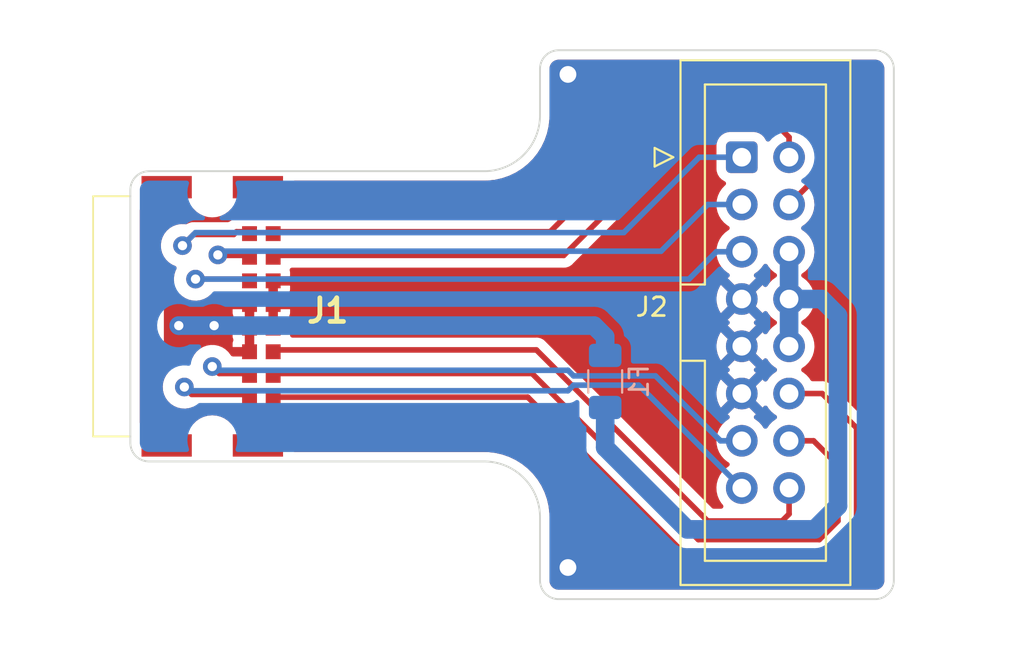
<source format=kicad_pcb>
(kicad_pcb (version 20211014) (generator pcbnew)
  (layers (0 "F.Cu" signal) (31 "B.Cu" signal) (34 "B.Paste" user) (35 "F.Paste" user) (36 "B.SilkS" user "B.Silkscreen") (37 "F.SilkS" user "F.Silkscreen") (38 "B.Mask" user) (39 "F.Mask" user) (44 "Edge.Cuts" user))
  (net 0 "")
  (net 1 "VBUS")
  (net 2 "Net-(F1-Pad2)")
  (net 3 "OPD_SCL")
  (net 4 "CAN2_H")
  (net 5 "CAN1_H")
  (net 6 "C3-UART-TX")
  (net 7 "SD")
  (net 8 "OPD_SDA")
  (net 9 "OPD_PWR")
  (net 10 "CAN2_L")
  (net 11 "GND")
  (net 12 "CAN1_L")
  (net 13 "C3-UART-RX")
  (footprint "M55-7101642R:M557101642R" (layer "F.Cu") (at 125 87 -90)
    (fp_text reference "J1" (at -0.3 -12.6 180) (layer "F.SilkS") (effects (font (size 1.27 1.27) (thickness 0.254))))
    (fp_text value "M55-7101642R" hide)
    (fp_line (start 6.455 0) (end 6.455 -2) (layer "F.SilkS") (width 0.1))
    (fp_line (start -6.455 0) (end 6.455 0) (layer "F.SilkS") (width 0.1))
    (fp_line (start -6.455 -2) (end -6.455 0) (layer "F.SilkS") (width 0.1))
    (pad "" np_thru_hole circle locked (at -6.655 -6.4 270) (size 1.65 1.65) (drill 1.65) (layers *.Cu *.Mask))
    (pad "" np_thru_hole circle locked (at 6.655 -6.4 270) (size 1.65 1.65) (drill 1.65) (layers *.Cu *.Mask))
    (pad "A1" smd rect locked (at 4.445 -8.4) (size 0.8 0.8) (layers "F.Cu" "F.Paste" "F.Mask") (net 3 "OPD_SCL"))
    (pad "A2" smd rect locked (at 3.175 -8.4) (size 0.8 0.8) (layers "F.Cu" "F.Paste" "F.Mask") (net 4 "CAN2_H"))
    (pad "A3" smd rect locked (at 1.905 -8.4) (size 0.8 0.8) (layers "F.Cu" "F.Paste" "F.Mask") (net 2 "Net-(F1-Pad2)"))
    (pad "A4" smd rect locked (at 0.635 -8.4) (size 0.8 0.8) (layers "F.Cu" "F.Paste" "F.Mask") (net 2 "Net-(F1-Pad2)"))
    (pad "A5" smd rect locked (at -0.635 -8.4) (size 0.8 0.8) (layers "F.Cu" "F.Paste" "F.Mask") (net 2 "Net-(F1-Pad2)"))
    (pad "A6" smd rect locked (at -1.905 -8.4) (size 0.8 0.8) (layers "F.Cu" "F.Paste" "F.Mask") (net 5 "CAN1_H"))
    (pad "A7" smd rect locked (at -3.175 -8.4) (size 0.8 0.8) (layers "F.Cu" "F.Paste" "F.Mask") (net 6 "C3-UART-TX"))
    (pad "A8" smd rect locked (at -4.445 -8.4) (size 0.8 0.8) (layers "F.Cu" "F.Paste" "F.Mask") (net 7 "SD"))
    (pad "B1" smd rect locked (at 4.445 -9.67) (size 0.8 0.8) (layers "F.Cu" "F.Paste" "F.Mask") (net 8 "OPD_SDA"))
    (pad "B2" smd rect locked (at 3.175 -9.67) (size 0.8 0.8) (layers "F.Cu" "F.Paste" "F.Mask") (net 9 "OPD_PWR"))
    (pad "B3" smd rect locked (at 1.905 -9.67) (size 0.8 0.8) (layers "F.Cu" "F.Paste" "F.Mask") (net 10 "CAN2_L"))
    (pad "B4" smd rect locked (at 0.635 -9.67) (size 0.8 0.8) (layers "F.Cu" "F.Paste" "F.Mask") (net 11 "GND"))
    (pad "B5" smd rect locked (at -0.635 -9.67) (size 0.8 0.8) (layers "F.Cu" "F.Paste" "F.Mask") (net 11 "GND"))
    (pad "B6" smd rect locked (at -1.905 -9.67) (size 0.8 0.8) (layers "F.Cu" "F.Paste" "F.Mask") (net 11 "GND"))
    (pad "B7" smd rect locked (at -3.175 -9.67) (size 0.8 0.8) (layers "F.Cu" "F.Paste" "F.Mask") (net 12 "CAN1_L"))
    (pad "B8" smd rect locked (at -4.445 -9.67) (size 0.8 0.8) (layers "F.Cu" "F.Paste" "F.Mask") (net 13 "C3-UART-RX"))
    (pad "MP1" smd rect locked (at -6.94 -8.85 270) (size 1.2 2.7) (layers "F.Cu" "F.Paste" "F.Mask") (net 11 "GND"))
    (pad "MP2" smd rect locked (at -6.94 -3.95 270) (size 1.2 2.7) (layers "F.Cu" "F.Paste" "F.Mask") (net 11 "GND"))
    (pad "MP3" smd rect locked (at 6.94 -3.95 270) (size 1.2 2.7) (layers "F.Cu" "F.Paste" "F.Mask") (net 11 "GND"))
    (pad "MP4" smd rect locked (at 6.94 -8.85 270) (size 1.2 2.7) (layers "F.Cu" "F.Paste" "F.Mask") (net 11 "GND"))
  )
  (footprint "Connector_IDC:IDC-Header_2x08_P2.54mm_Vertical" (layer "F.Cu") (at 159.835 78.45)
    (fp_text reference "J2" (at -4.835 8.05) (layer "F.SilkS"))
    (fp_text value "Conn_02x08_Odd_Even" hide)
    (fp_line (start 5.83 22.99) (end -3.29 22.99) (layer "F.SilkS") (width 0.12))
    (fp_line (start -3.68 0) (end -4.68 -0.5) (layer "F.SilkS") (width 0.12))
    (fp_line (start -4.68 0.5) (end -3.68 0) (layer "F.SilkS") (width 0.12))
    (fp_line (start -1.98 10.94) (end -1.98 10.94) (layer "F.SilkS") (width 0.12))
    (fp_line (start -3.29 6.84) (end -1.98 6.84) (layer "F.SilkS") (width 0.12))
    (fp_line (start 5.83 -5.21) (end 5.83 22.99) (layer "F.SilkS") (width 0.12))
    (fp_line (start -3.29 -5.21) (end 5.83 -5.21) (layer "F.SilkS") (width 0.12))
    (fp_line (start -1.98 21.69) (end -1.98 10.94) (layer "F.SilkS") (width 0.12))
    (fp_line (start 4.52 -3.91) (end 4.52 21.69) (layer "F.SilkS") (width 0.12))
    (fp_line (start -1.98 10.94) (end -3.29 10.94) (layer "F.SilkS") (width 0.12))
    (fp_line (start -1.98 -3.91) (end 4.52 -3.91) (layer "F.SilkS") (width 0.12))
    (fp_line (start 4.52 21.69) (end -1.98 21.69) (layer "F.SilkS") (width 0.12))
    (fp_line (start -3.29 22.99) (end -3.29 -5.21) (layer "F.SilkS") (width 0.12))
    (fp_line (start -1.98 6.84) (end -1.98 -3.91) (layer "F.SilkS") (width 0.12))
    (fp_line (start -4.68 -0.5) (end -4.68 0.5) (layer "F.SilkS") (width 0.12))
    (pad "1" thru_hole roundrect locked (at 0 0) (size 1.7 1.7) (drill 1) (layers *.Cu *.Mask) (roundrect_rratio 0.147059) (net 7 "SD"))
    (pad "2" thru_hole circle locked (at 2.54 0) (size 1.7 1.7) (drill 1) (layers *.Cu *.Mask) (net 12 "CAN1_L"))
    (pad "3" thru_hole circle locked (at 0 2.54) (size 1.7 1.7) (drill 1) (layers *.Cu *.Mask) (net 6 "C3-UART-TX"))
    (pad "4" thru_hole circle locked (at 2.54 2.54) (size 1.7 1.7) (drill 1) (layers *.Cu *.Mask) (net 13 "C3-UART-RX"))
    (pad "5" thru_hole circle locked (at 0 5.08) (size 1.7 1.7) (drill 1) (layers *.Cu *.Mask) (net 5 "CAN1_H"))
    (pad "6" thru_hole circle locked (at 2.54 5.08) (size 1.7 1.7) (drill 1) (layers *.Cu *.Mask) (net 1 "VBUS"))
    (pad "7" thru_hole circle locked (at 0 7.62) (size 1.7 1.7) (drill 1) (layers *.Cu *.Mask) (net 11 "GND"))
    (pad "8" thru_hole circle locked (at 2.54 7.62) (size 1.7 1.7) (drill 1) (layers *.Cu *.Mask) (net 1 "VBUS"))
    (pad "9" thru_hole circle locked (at 0 10.16) (size 1.7 1.7) (drill 1) (layers *.Cu *.Mask) (net 11 "GND"))
    (pad "10" thru_hole circle locked (at 2.54 10.16) (size 1.7 1.7) (drill 1) (layers *.Cu *.Mask) (net 1 "VBUS"))
    (pad "11" thru_hole circle locked (at 0 12.7) (size 1.7 1.7) (drill 1) (layers *.Cu *.Mask) (net 11 "GND"))
    (pad "12" thru_hole circle locked (at 2.54 12.7) (size 1.7 1.7) (drill 1) (layers *.Cu *.Mask) (net 8 "OPD_SDA"))
    (pad "13" thru_hole circle locked (at 0 15.24) (size 1.7 1.7) (drill 1) (layers *.Cu *.Mask) (net 4 "CAN2_H"))
    (pad "14" thru_hole circle locked (at 2.54 15.24) (size 1.7 1.7) (drill 1) (layers *.Cu *.Mask) (net 9 "OPD_PWR"))
    (pad "15" thru_hole circle locked (at 0 17.78) (size 1.7 1.7) (drill 1) (layers *.Cu *.Mask) (net 3 "OPD_SCL"))
    (pad "16" thru_hole circle locked (at 2.54 17.78) (size 1.7 1.7) (drill 1) (layers *.Cu *.Mask) (net 10 "CAN2_L"))
  )
  (footprint "Fuse:Fuse_1206_3216Metric" (layer "B.Cu") (at 152.5 90.5 90)
    (fp_text reference "F1" (at 0 1.82 90) (layer "B.SilkS") (effects (justify mirror)))
    (fp_text value "Polyfuse_Small" hide)
    (fp_line (start -0.602064 -0.91) (end 0.602064 -0.91) (layer "B.SilkS") (width 0.12))
    (fp_line (start -0.602064 0.91) (end 0.602064 0.91) (layer "B.SilkS") (width 0.12))
    (pad "1" smd roundrect locked (at -1.4 0 90) (size 1.25 1.75) (layers "B.Cu" "B.Paste" "B.Mask") (roundrect_rratio 0.2) (net 1 "VBUS"))
    (pad "2" smd roundrect locked (at 1.4 0 90) (size 1.25 1.75) (layers "B.Cu" "B.Paste" "B.Mask") (roundrect_rratio 0.2) (net 2 "Net-(F1-Pad2)"))
  )
  (gr_poly (pts (xy 146 94.8) (arc (start 128 94.8) (mid 127.292893 94.507107) (end 127 93.8)) (arc (start 127 80.2) (mid 127.292893 79.492893) (end 128 79.2)) (arc (start 146 79.2) (mid 148.12132 78.32132) (end 149 76.2)) (arc (start 149 73.7) (mid 149.292893 72.992893) (end 150 72.7)) (arc (start 167 72.7) (mid 167.707107 72.992893) (end 168 73.7)) (arc (start 168 101.2) (mid 167.707107 101.907107) (end 167 102.2)) (arc (start 150 102.2) (mid 149.292893 101.907107) (end 149 101.2)) (arc (start 149 97.8) (mid 148.12132 95.67868) (end 146 94.8))) (layer "Edge.Cuts") (width 0.1) (fill none))
  (segment (start 165 97.2) (end 165 86.95) (width 1) (layer "B.Cu") (net 1))
  (segment (start 163.75 98.45) (end 165 97.2) (width 1) (layer "B.Cu") (net 1))
  (segment (start 162.375 88.61) (end 162.375 86.07) (width 1) (layer "B.Cu") (net 1))
  (segment (start 164.12 86.07) (end 162.375 86.07) (width 1) (layer "B.Cu") (net 1))
  (segment (start 162.375 83.53) (end 162.375 86.07) (width 1) (layer "B.Cu") (net 1))
  (segment (start 152.5 91.9) (end 152.5 94.05) (width 1) (layer "B.Cu") (net 1))
  (segment (start 156.9 98.45) (end 163.75 98.45) (width 1) (layer "B.Cu") (net 1))
  (segment (start 165 86.95) (end 164.12 86.07) (width 1) (layer "B.Cu") (net 1))
  (segment (start 152.5 94.05) (end 156.9 98.45) (width 1) (layer "B.Cu") (net 1))
  (via (at 129.6 87.5) (size 1) (drill 0.5) (layers "F.Cu" "B.Cu") (net 2))
  (via (at 131.5 87.5) (size 1) (drill 0.5) (layers "F.Cu" "B.Cu") (net 2))
  (segment (start 129.6 87.5) (end 151.9 87.5) (width 1) (layer "B.Cu") (net 2))
  (segment (start 152.5 88.1) (end 152.5 89.1) (width 1) (layer "B.Cu") (net 2))
  (segment (start 151.9 87.5) (end 152.5 88.1) (width 1) (layer "B.Cu") (net 2))
  (segment (start 133.155 91.2) (end 133.3 91.345) (width 0.3) (layer "F.Cu") (net 3))
  (segment (start 130.3 91.2) (end 133.155 91.2) (width 0.3) (layer "F.Cu") (net 3))
  (segment (start 129.9 90.8) (end 130.3 91.2) (width 0.3) (layer "F.Cu") (net 3))
  (via (at 129.9 90.8) (size 1) (drill 0.5) (layers "F.Cu" "B.Cu") (net 3))
  (segment (start 129.9 90.8) (end 130.1 91) (width 0.3) (layer "B.Cu") (net 3))
  (segment (start 154.605 91) (end 159.835 96.23) (width 0.3) (layer "B.Cu") (net 3))
  (segment (start 150.5 91) (end 150.8 90.7) (width 0.3) (layer "B.Cu") (net 3))
  (segment (start 130.1 91) (end 150.5 91) (width 0.3) (layer "B.Cu") (net 3))
  (segment (start 154.3 90.7) (end 154.605 91) (width 0.3) (layer "B.Cu") (net 3))
  (segment (start 150.8 90.7) (end 154.3 90.7) (width 0.3) (layer "B.Cu") (net 3))
  (segment (start 131.775 90.075) (end 133.3 90.075) (width 0.3) (layer "F.Cu") (net 4))
  (segment (start 131.4 89.7) (end 131.775 90.075) (width 0.3) (layer "F.Cu") (net 4))
  (via (at 131.4 89.7) (size 1) (drill 0.5) (layers "F.Cu" "B.Cu") (net 4))
  (segment (start 131.4 89.7) (end 131.6 89.9) (width 0.3) (layer "B.Cu") (net 4))
  (segment (start 158.69 93.69) (end 159.835 93.69) (width 0.3) (layer "B.Cu") (net 4))
  (segment (start 150.5 89.9) (end 150.8 90.2) (width 0.3) (layer "B.Cu") (net 4))
  (segment (start 155.2 90.2) (end 158.69 93.69) (width 0.3) (layer "B.Cu") (net 4))
  (segment (start 131.6 89.9) (end 150.5 89.9) (width 0.3) (layer "B.Cu") (net 4))
  (segment (start 150.8 90.2) (end 155.2 90.2) (width 0.3) (layer "B.Cu") (net 4))
  (segment (start 130.505 84.995) (end 133.3 84.995) (width 0.3) (layer "F.Cu") (net 5))
  (segment (start 130.5 85) (end 130.505 84.995) (width 0.3) (layer "F.Cu") (net 5))
  (via (at 130.5 85) (size 1) (drill 0.5) (layers "F.Cu" "B.Cu") (net 5))
  (segment (start 158.47 83.53) (end 159.835 83.53) (width 0.3) (layer "B.Cu") (net 5))
  (segment (start 157 85) (end 158.47 83.53) (width 0.3) (layer "B.Cu") (net 5))
  (segment (start 130.5 85) (end 157 85) (width 0.3) (layer "B.Cu") (net 5))
  (segment (start 131.7 83.7) (end 131.725 83.725) (width 0.3) (layer "F.Cu") (net 6))
  (segment (start 131.725 83.725) (end 133.3 83.725) (width 0.3) (layer "F.Cu") (net 6))
  (via (at 131.7 83.7) (size 1) (drill 0.5) (layers "F.Cu" "B.Cu") (net 6))
  (segment (start 131.9 83.5) (end 155.5 83.5) (width 0.3) (layer "B.Cu") (net 6))
  (segment (start 158.01 80.99) (end 159.835 80.99) (width 0.3) (layer "B.Cu") (net 6))
  (segment (start 131.7 83.7) (end 131.9 83.5) (width 0.3) (layer "B.Cu") (net 6))
  (segment (start 155.5 83.5) (end 158.01 80.99) (width 0.3) (layer "B.Cu") (net 6))
  (segment (start 132.7 82.455) (end 133.3 82.455) (width 0.3) (layer "F.Cu") (net 7))
  (segment (start 129.8 83.2) (end 130.4 82.6) (width 0.3) (layer "F.Cu") (net 7))
  (segment (start 132.555 82.6) (end 132.7 82.455) (width 0.3) (layer "F.Cu") (net 7))
  (segment (start 130.4 82.6) (end 132.555 82.6) (width 0.3) (layer "F.Cu") (net 7))
  (via (at 129.8 83.2) (size 1) (drill 0.5) (layers "F.Cu" "B.Cu") (net 7))
  (segment (start 130.5 82.5) (end 153.5 82.5) (width 0.3) (layer "B.Cu") (net 7))
  (segment (start 153.5 82.5) (end 157.55 78.45) (width 0.3) (layer "B.Cu") (net 7))
  (segment (start 129.8 83.2) (end 130.5 82.5) (width 0.3) (layer "B.Cu") (net 7))
  (segment (start 157.55 78.45) (end 159.835 78.45) (width 0.3) (layer "B.Cu") (net 7))
  (segment (start 157 100) (end 165 100) (width 0.3) (layer "F.Cu") (net 8))
  (segment (start 165 100) (end 166 99) (width 0.3) (layer "F.Cu") (net 8))
  (segment (start 166 99) (end 166 93) (width 0.3) (layer "F.Cu") (net 8))
  (segment (start 164.15 91.15) (end 162.375 91.15) (width 0.3) (layer "F.Cu") (net 8))
  (segment (start 148.345 91.345) (end 157 100) (width 0.3) (layer "F.Cu") (net 8))
  (segment (start 166 93) (end 164.15 91.15) (width 0.3) (layer "F.Cu") (net 8))
  (segment (start 134.57 91.345) (end 148.345 91.345) (width 0.3) (layer "F.Cu") (net 8))
  (segment (start 163.69 93.69) (end 162.375 93.69) (width 0.3) (layer "F.Cu") (net 9))
  (segment (start 134.57 90.075) (end 148.575 90.075) (width 0.3) (layer "F.Cu") (net 9))
  (segment (start 157.5 99) (end 164 99) (width 0.3) (layer "F.Cu") (net 9))
  (segment (start 148.575 90.075) (end 157.5 99) (width 0.3) (layer "F.Cu") (net 9))
  (segment (start 165 98) (end 165 95) (width 0.3) (layer "F.Cu") (net 9))
  (segment (start 164 99) (end 165 98) (width 0.3) (layer "F.Cu") (net 9))
  (segment (start 165 95) (end 163.69 93.69) (width 0.3) (layer "F.Cu") (net 9))
  (segment (start 158 98) (end 162 98) (width 0.3) (layer "F.Cu") (net 10))
  (segment (start 148.805 88.805) (end 158 98) (width 0.3) (layer "F.Cu") (net 10))
  (segment (start 162.375 97.625) (end 162.375 96.23) (width 0.3) (layer "F.Cu") (net 10))
  (segment (start 134.57 88.805) (end 148.805 88.805) (width 0.3) (layer "F.Cu") (net 10))
  (segment (start 162 98) (end 162.375 97.625) (width 0.3) (layer "F.Cu") (net 10))
  (via (at 150.5 100.5) (size 1.3) (drill 0.9) (layers "F.Cu" "B.Cu") (net 11))
  (via (at 150.5 74) (size 1.3) (drill 0.9) (layers "F.Cu" "B.Cu") (net 11))
  (segment (start 158 76) (end 161 76) (width 0.3) (layer "F.Cu") (net 12))
  (segment (start 162.375 77.375) (end 162.375 78.45) (width 0.3) (layer "F.Cu") (net 12))
  (segment (start 150.275 83.725) (end 158 76) (width 0.3) (layer "F.Cu") (net 12))
  (segment (start 161 76) (end 162.375 77.375) (width 0.3) (layer "F.Cu") (net 12))
  (segment (start 134.57 83.725) (end 150.275 83.725) (width 0.3) (layer "F.Cu") (net 12))
  (segment (start 149.545 82.455) (end 157 75) (width 0.3) (layer "F.Cu") (net 13))
  (segment (start 164 77) (end 164 79.365) (width 0.3) (layer "F.Cu") (net 13))
  (segment (start 162 75) (end 164 77) (width 0.3) (layer "F.Cu") (net 13))
  (segment (start 157 75) (end 162 75) (width 0.3) (layer "F.Cu") (net 13))
  (segment (start 164 79.365) (end 162.375 80.99) (width 0.3) (layer "F.Cu") (net 13))
  (segment (start 134.57 82.455) (end 149.545 82.455) (width 0.3) (layer "F.Cu") (net 13))
  (zone (net 11) (net_name "GND") (layer "F.Cu") (connect_pads (clearance 0.508)) (min_thickness 0.254) (fill yes (thermal_gap 0.508) (thermal_bridge_width 0.508))
    (polygon (pts (xy 175 105) (xy 120 105) (xy 120 70) (xy 175 70)))
  )
  (zone (net 2) (net_name "Net-(F1-Pad2)") (layer "F.Cu") (priority 1) (connect_pads (clearance 0.508)) (min_thickness 0.254) (fill yes (thermal_gap 0.508) (thermal_bridge_width 0.508))
    (polygon (pts (xy 133.7 89.3) (xy 128.8 89.3) (xy 128.8 85.8) (xy 133.7 85.8)))
  )
  (zone (net 11) (net_name "GND") (layer "B.Cu") (connect_pads (clearance 0.508)) (min_thickness 0.254) (fill yes (thermal_gap 0.508) (thermal_bridge_width 0.508))
    (polygon (pts (xy 175 105) (xy 120 105) (xy 120 70) (xy 175 70)))
  )
)
</source>
